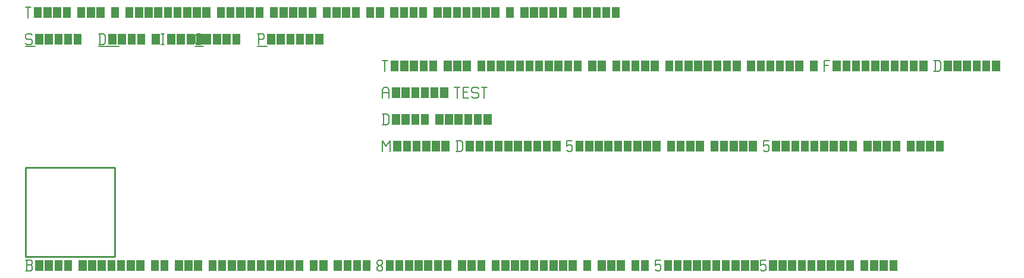
<source format=gbr>
G04 start of page 4 for group -1 layer_idx 268435461 *
G04 Title: odd coordinates to check rounding errors, <virtual group> *
G04 Creator: <version>
G04 CreationDate: <date>
G04 For: TEST *
G04 Format: Gerber/RS-274X *
G04 PCB-Dimensions: 50000 50000 *
G04 PCB-Coordinate-Origin: lower left *
%MOIN*%
%FSLAX25Y25*%
%LNLOGICAL_VIRTUAL_FAB_NONE*%
%ADD15C,0.0100*%
%ADD14C,0.0001*%
%ADD13C,0.0060*%
G54D13*X3000Y125000D02*X3750Y124250D01*
X750Y125000D02*X3000D01*
X0Y124250D02*X750Y125000D01*
X0Y124250D02*Y122750D01*
X750Y122000D01*
X3000D01*
X3750Y121250D01*
Y119750D01*
X3000Y119000D02*X3750Y119750D01*
X750Y119000D02*X3000D01*
X0Y119750D02*X750Y119000D01*
G54D14*G36*
X5550Y125000D02*X10050D01*
Y119000D01*
X5550D01*
Y125000D01*
G37*
G36*
X10950D02*X15450D01*
Y119000D01*
X10950D01*
Y125000D01*
G37*
G36*
X16350D02*X20850D01*
Y119000D01*
X16350D01*
Y125000D01*
G37*
G36*
X21750D02*X26250D01*
Y119000D01*
X21750D01*
Y125000D01*
G37*
G36*
X27150D02*X31650D01*
Y119000D01*
X27150D01*
Y125000D01*
G37*
G54D13*X0Y118000D02*X5550D01*
X41750Y125000D02*Y119000D01*
X43700Y125000D02*X44750Y123950D01*
Y120050D01*
X43700Y119000D02*X44750Y120050D01*
X41000Y119000D02*X43700D01*
X41000Y125000D02*X43700D01*
G54D14*G36*
X46550D02*X51050D01*
Y119000D01*
X46550D01*
Y125000D01*
G37*
G36*
X51950D02*X56450D01*
Y119000D01*
X51950D01*
Y125000D01*
G37*
G36*
X57350D02*X61850D01*
Y119000D01*
X57350D01*
Y125000D01*
G37*
G36*
X62750D02*X67250D01*
Y119000D01*
X62750D01*
Y125000D01*
G37*
G36*
X70850D02*X75350D01*
Y119000D01*
X70850D01*
Y125000D01*
G37*
G54D13*X76250D02*X77750D01*
X77000D02*Y119000D01*
X76250D02*X77750D01*
G54D14*G36*
X79550Y125000D02*X84050D01*
Y119000D01*
X79550D01*
Y125000D01*
G37*
G36*
X84950D02*X89450D01*
Y119000D01*
X84950D01*
Y125000D01*
G37*
G36*
X90350D02*X94850D01*
Y119000D01*
X90350D01*
Y125000D01*
G37*
G36*
X95750D02*X100250D01*
Y119000D01*
X95750D01*
Y125000D01*
G37*
G54D13*X41000Y118000D02*X52550D01*
X96050Y119000D02*X98000D01*
X95000Y120050D02*X96050Y119000D01*
X95000Y123950D02*Y120050D01*
Y123950D02*X96050Y125000D01*
X98000D01*
G54D14*G36*
X99800D02*X104300D01*
Y119000D01*
X99800D01*
Y125000D01*
G37*
G36*
X105200D02*X109700D01*
Y119000D01*
X105200D01*
Y125000D01*
G37*
G36*
X110600D02*X115100D01*
Y119000D01*
X110600D01*
Y125000D01*
G37*
G36*
X116000D02*X120500D01*
Y119000D01*
X116000D01*
Y125000D01*
G37*
G54D13*X95000Y118000D02*X99800D01*
X130750Y125000D02*Y119000D01*
X130000Y125000D02*X133000D01*
X133750Y124250D01*
Y122750D01*
X133000Y122000D02*X133750Y122750D01*
X130750Y122000D02*X133000D01*
G54D14*G36*
X135550Y125000D02*X140050D01*
Y119000D01*
X135550D01*
Y125000D01*
G37*
G36*
X140950D02*X145450D01*
Y119000D01*
X140950D01*
Y125000D01*
G37*
G36*
X146350D02*X150850D01*
Y119000D01*
X146350D01*
Y125000D01*
G37*
G36*
X151750D02*X156250D01*
Y119000D01*
X151750D01*
Y125000D01*
G37*
G36*
X157150D02*X161650D01*
Y119000D01*
X157150D01*
Y125000D01*
G37*
G36*
X162550D02*X167050D01*
Y119000D01*
X162550D01*
Y125000D01*
G37*
G54D13*X130000Y118000D02*X135550D01*
X0Y140000D02*X3000D01*
X1500D02*Y134000D01*
G54D14*G36*
X4800Y140000D02*X9300D01*
Y134000D01*
X4800D01*
Y140000D01*
G37*
G36*
X10200D02*X14700D01*
Y134000D01*
X10200D01*
Y140000D01*
G37*
G36*
X15600D02*X20100D01*
Y134000D01*
X15600D01*
Y140000D01*
G37*
G36*
X21000D02*X25500D01*
Y134000D01*
X21000D01*
Y140000D01*
G37*
G36*
X29100D02*X33600D01*
Y134000D01*
X29100D01*
Y140000D01*
G37*
G36*
X34500D02*X39000D01*
Y134000D01*
X34500D01*
Y140000D01*
G37*
G36*
X39900D02*X44400D01*
Y134000D01*
X39900D01*
Y140000D01*
G37*
G36*
X48000D02*X52500D01*
Y134000D01*
X48000D01*
Y140000D01*
G37*
G36*
X56100D02*X60600D01*
Y134000D01*
X56100D01*
Y140000D01*
G37*
G36*
X61500D02*X66000D01*
Y134000D01*
X61500D01*
Y140000D01*
G37*
G36*
X66900D02*X71400D01*
Y134000D01*
X66900D01*
Y140000D01*
G37*
G36*
X72300D02*X76800D01*
Y134000D01*
X72300D01*
Y140000D01*
G37*
G36*
X77700D02*X82200D01*
Y134000D01*
X77700D01*
Y140000D01*
G37*
G36*
X83100D02*X87600D01*
Y134000D01*
X83100D01*
Y140000D01*
G37*
G36*
X88500D02*X93000D01*
Y134000D01*
X88500D01*
Y140000D01*
G37*
G36*
X93900D02*X98400D01*
Y134000D01*
X93900D01*
Y140000D01*
G37*
G36*
X99300D02*X103800D01*
Y134000D01*
X99300D01*
Y140000D01*
G37*
G36*
X107400D02*X111900D01*
Y134000D01*
X107400D01*
Y140000D01*
G37*
G36*
X112800D02*X117300D01*
Y134000D01*
X112800D01*
Y140000D01*
G37*
G36*
X118200D02*X122700D01*
Y134000D01*
X118200D01*
Y140000D01*
G37*
G36*
X123600D02*X128100D01*
Y134000D01*
X123600D01*
Y140000D01*
G37*
G36*
X129000D02*X133500D01*
Y134000D01*
X129000D01*
Y140000D01*
G37*
G36*
X137100D02*X141600D01*
Y134000D01*
X137100D01*
Y140000D01*
G37*
G36*
X142500D02*X147000D01*
Y134000D01*
X142500D01*
Y140000D01*
G37*
G36*
X147900D02*X152400D01*
Y134000D01*
X147900D01*
Y140000D01*
G37*
G36*
X153300D02*X157800D01*
Y134000D01*
X153300D01*
Y140000D01*
G37*
G36*
X158700D02*X163200D01*
Y134000D01*
X158700D01*
Y140000D01*
G37*
G36*
X166800D02*X171300D01*
Y134000D01*
X166800D01*
Y140000D01*
G37*
G36*
X172200D02*X176700D01*
Y134000D01*
X172200D01*
Y140000D01*
G37*
G36*
X177600D02*X182100D01*
Y134000D01*
X177600D01*
Y140000D01*
G37*
G36*
X183000D02*X187500D01*
Y134000D01*
X183000D01*
Y140000D01*
G37*
G36*
X191100D02*X195600D01*
Y134000D01*
X191100D01*
Y140000D01*
G37*
G36*
X196500D02*X201000D01*
Y134000D01*
X196500D01*
Y140000D01*
G37*
G36*
X204600D02*X209100D01*
Y134000D01*
X204600D01*
Y140000D01*
G37*
G36*
X210000D02*X214500D01*
Y134000D01*
X210000D01*
Y140000D01*
G37*
G36*
X215400D02*X219900D01*
Y134000D01*
X215400D01*
Y140000D01*
G37*
G36*
X220800D02*X225300D01*
Y134000D01*
X220800D01*
Y140000D01*
G37*
G36*
X228900D02*X233400D01*
Y134000D01*
X228900D01*
Y140000D01*
G37*
G36*
X234300D02*X238800D01*
Y134000D01*
X234300D01*
Y140000D01*
G37*
G36*
X239700D02*X244200D01*
Y134000D01*
X239700D01*
Y140000D01*
G37*
G36*
X245100D02*X249600D01*
Y134000D01*
X245100D01*
Y140000D01*
G37*
G36*
X250500D02*X255000D01*
Y134000D01*
X250500D01*
Y140000D01*
G37*
G36*
X255900D02*X260400D01*
Y134000D01*
X255900D01*
Y140000D01*
G37*
G36*
X261300D02*X265800D01*
Y134000D01*
X261300D01*
Y140000D01*
G37*
G36*
X269400D02*X273900D01*
Y134000D01*
X269400D01*
Y140000D01*
G37*
G36*
X277500D02*X282000D01*
Y134000D01*
X277500D01*
Y140000D01*
G37*
G36*
X282900D02*X287400D01*
Y134000D01*
X282900D01*
Y140000D01*
G37*
G36*
X288300D02*X292800D01*
Y134000D01*
X288300D01*
Y140000D01*
G37*
G36*
X293700D02*X298200D01*
Y134000D01*
X293700D01*
Y140000D01*
G37*
G36*
X299100D02*X303600D01*
Y134000D01*
X299100D01*
Y140000D01*
G37*
G36*
X307200D02*X311700D01*
Y134000D01*
X307200D01*
Y140000D01*
G37*
G36*
X312600D02*X317100D01*
Y134000D01*
X312600D01*
Y140000D01*
G37*
G36*
X318000D02*X322500D01*
Y134000D01*
X318000D01*
Y140000D01*
G37*
G36*
X323400D02*X327900D01*
Y134000D01*
X323400D01*
Y140000D01*
G37*
G36*
X328800D02*X333300D01*
Y134000D01*
X328800D01*
Y140000D01*
G37*
G54D15*X0Y50000D02*X50000D01*
X0D02*Y0D01*
X50000Y50000D02*Y0D01*
X0D02*X50000D01*
G54D13*X200000Y65000D02*Y59000D01*
Y65000D02*X202250Y62000D01*
X204500Y65000D01*
Y59000D01*
G54D14*G36*
X206300Y65000D02*X210800D01*
Y59000D01*
X206300D01*
Y65000D01*
G37*
G36*
X211700D02*X216200D01*
Y59000D01*
X211700D01*
Y65000D01*
G37*
G36*
X217100D02*X221600D01*
Y59000D01*
X217100D01*
Y65000D01*
G37*
G36*
X222500D02*X227000D01*
Y59000D01*
X222500D01*
Y65000D01*
G37*
G36*
X227900D02*X232400D01*
Y59000D01*
X227900D01*
Y65000D01*
G37*
G36*
X233300D02*X237800D01*
Y59000D01*
X233300D01*
Y65000D01*
G37*
G54D13*X242150D02*Y59000D01*
X244100Y65000D02*X245150Y63950D01*
Y60050D01*
X244100Y59000D02*X245150Y60050D01*
X241400Y59000D02*X244100D01*
X241400Y65000D02*X244100D01*
G54D14*G36*
X246950D02*X251450D01*
Y59000D01*
X246950D01*
Y65000D01*
G37*
G36*
X252350D02*X256850D01*
Y59000D01*
X252350D01*
Y65000D01*
G37*
G36*
X257750D02*X262250D01*
Y59000D01*
X257750D01*
Y65000D01*
G37*
G36*
X263150D02*X267650D01*
Y59000D01*
X263150D01*
Y65000D01*
G37*
G36*
X268550D02*X273050D01*
Y59000D01*
X268550D01*
Y65000D01*
G37*
G36*
X273950D02*X278450D01*
Y59000D01*
X273950D01*
Y65000D01*
G37*
G36*
X279350D02*X283850D01*
Y59000D01*
X279350D01*
Y65000D01*
G37*
G36*
X284750D02*X289250D01*
Y59000D01*
X284750D01*
Y65000D01*
G37*
G36*
X290150D02*X294650D01*
Y59000D01*
X290150D01*
Y65000D01*
G37*
G36*
X295550D02*X300050D01*
Y59000D01*
X295550D01*
Y65000D01*
G37*
G54D13*X303650D02*X306650D01*
X303650D02*Y62000D01*
X304400Y62750D01*
X305900D01*
X306650Y62000D01*
Y59750D01*
X305900Y59000D02*X306650Y59750D01*
X304400Y59000D02*X305900D01*
X303650Y59750D02*X304400Y59000D01*
G54D14*G36*
X308450Y65000D02*X312950D01*
Y59000D01*
X308450D01*
Y65000D01*
G37*
G36*
X313850D02*X318350D01*
Y59000D01*
X313850D01*
Y65000D01*
G37*
G36*
X319250D02*X323750D01*
Y59000D01*
X319250D01*
Y65000D01*
G37*
G36*
X324650D02*X329150D01*
Y59000D01*
X324650D01*
Y65000D01*
G37*
G36*
X330050D02*X334550D01*
Y59000D01*
X330050D01*
Y65000D01*
G37*
G36*
X335450D02*X339950D01*
Y59000D01*
X335450D01*
Y65000D01*
G37*
G36*
X340850D02*X345350D01*
Y59000D01*
X340850D01*
Y65000D01*
G37*
G36*
X346250D02*X350750D01*
Y59000D01*
X346250D01*
Y65000D01*
G37*
G36*
X351650D02*X356150D01*
Y59000D01*
X351650D01*
Y65000D01*
G37*
G36*
X359750D02*X364250D01*
Y59000D01*
X359750D01*
Y65000D01*
G37*
G36*
X365150D02*X369650D01*
Y59000D01*
X365150D01*
Y65000D01*
G37*
G36*
X370550D02*X375050D01*
Y59000D01*
X370550D01*
Y65000D01*
G37*
G36*
X375950D02*X380450D01*
Y59000D01*
X375950D01*
Y65000D01*
G37*
G36*
X384050D02*X388550D01*
Y59000D01*
X384050D01*
Y65000D01*
G37*
G36*
X389450D02*X393950D01*
Y59000D01*
X389450D01*
Y65000D01*
G37*
G36*
X394850D02*X399350D01*
Y59000D01*
X394850D01*
Y65000D01*
G37*
G36*
X400250D02*X404750D01*
Y59000D01*
X400250D01*
Y65000D01*
G37*
G36*
X405650D02*X410150D01*
Y59000D01*
X405650D01*
Y65000D01*
G37*
G54D13*X413750D02*X416750D01*
X413750D02*Y62000D01*
X414500Y62750D01*
X416000D01*
X416750Y62000D01*
Y59750D01*
X416000Y59000D02*X416750Y59750D01*
X414500Y59000D02*X416000D01*
X413750Y59750D02*X414500Y59000D01*
G54D14*G36*
X418550Y65000D02*X423050D01*
Y59000D01*
X418550D01*
Y65000D01*
G37*
G36*
X423950D02*X428450D01*
Y59000D01*
X423950D01*
Y65000D01*
G37*
G36*
X429350D02*X433850D01*
Y59000D01*
X429350D01*
Y65000D01*
G37*
G36*
X434750D02*X439250D01*
Y59000D01*
X434750D01*
Y65000D01*
G37*
G36*
X440150D02*X444650D01*
Y59000D01*
X440150D01*
Y65000D01*
G37*
G36*
X445550D02*X450050D01*
Y59000D01*
X445550D01*
Y65000D01*
G37*
G36*
X450950D02*X455450D01*
Y59000D01*
X450950D01*
Y65000D01*
G37*
G36*
X456350D02*X460850D01*
Y59000D01*
X456350D01*
Y65000D01*
G37*
G36*
X461750D02*X466250D01*
Y59000D01*
X461750D01*
Y65000D01*
G37*
G36*
X469850D02*X474350D01*
Y59000D01*
X469850D01*
Y65000D01*
G37*
G36*
X475250D02*X479750D01*
Y59000D01*
X475250D01*
Y65000D01*
G37*
G36*
X480650D02*X485150D01*
Y59000D01*
X480650D01*
Y65000D01*
G37*
G36*
X486050D02*X490550D01*
Y59000D01*
X486050D01*
Y65000D01*
G37*
G36*
X494150D02*X498650D01*
Y59000D01*
X494150D01*
Y65000D01*
G37*
G36*
X499550D02*X504050D01*
Y59000D01*
X499550D01*
Y65000D01*
G37*
G36*
X504950D02*X509450D01*
Y59000D01*
X504950D01*
Y65000D01*
G37*
G36*
X510350D02*X514850D01*
Y59000D01*
X510350D01*
Y65000D01*
G37*
G54D13*X0Y-8000D02*X3000D01*
X3750Y-7250D01*
Y-5450D02*Y-7250D01*
X3000Y-4700D02*X3750Y-5450D01*
X750Y-4700D02*X3000D01*
X750Y-2000D02*Y-8000D01*
X0Y-2000D02*X3000D01*
X3750Y-2750D01*
Y-3950D01*
X3000Y-4700D02*X3750Y-3950D01*
G54D14*G36*
X5550Y-2000D02*X10050D01*
Y-8000D01*
X5550D01*
Y-2000D01*
G37*
G36*
X10950D02*X15450D01*
Y-8000D01*
X10950D01*
Y-2000D01*
G37*
G36*
X16350D02*X20850D01*
Y-8000D01*
X16350D01*
Y-2000D01*
G37*
G36*
X21750D02*X26250D01*
Y-8000D01*
X21750D01*
Y-2000D01*
G37*
G36*
X29850D02*X34350D01*
Y-8000D01*
X29850D01*
Y-2000D01*
G37*
G36*
X35250D02*X39750D01*
Y-8000D01*
X35250D01*
Y-2000D01*
G37*
G36*
X40650D02*X45150D01*
Y-8000D01*
X40650D01*
Y-2000D01*
G37*
G36*
X46050D02*X50550D01*
Y-8000D01*
X46050D01*
Y-2000D01*
G37*
G36*
X51450D02*X55950D01*
Y-8000D01*
X51450D01*
Y-2000D01*
G37*
G36*
X56850D02*X61350D01*
Y-8000D01*
X56850D01*
Y-2000D01*
G37*
G36*
X62250D02*X66750D01*
Y-8000D01*
X62250D01*
Y-2000D01*
G37*
G36*
X70350D02*X74850D01*
Y-8000D01*
X70350D01*
Y-2000D01*
G37*
G36*
X75750D02*X80250D01*
Y-8000D01*
X75750D01*
Y-2000D01*
G37*
G36*
X83850D02*X88350D01*
Y-8000D01*
X83850D01*
Y-2000D01*
G37*
G36*
X89250D02*X93750D01*
Y-8000D01*
X89250D01*
Y-2000D01*
G37*
G36*
X94650D02*X99150D01*
Y-8000D01*
X94650D01*
Y-2000D01*
G37*
G36*
X102750D02*X107250D01*
Y-8000D01*
X102750D01*
Y-2000D01*
G37*
G36*
X108150D02*X112650D01*
Y-8000D01*
X108150D01*
Y-2000D01*
G37*
G36*
X113550D02*X118050D01*
Y-8000D01*
X113550D01*
Y-2000D01*
G37*
G36*
X118950D02*X123450D01*
Y-8000D01*
X118950D01*
Y-2000D01*
G37*
G36*
X124350D02*X128850D01*
Y-8000D01*
X124350D01*
Y-2000D01*
G37*
G36*
X129750D02*X134250D01*
Y-8000D01*
X129750D01*
Y-2000D01*
G37*
G36*
X135150D02*X139650D01*
Y-8000D01*
X135150D01*
Y-2000D01*
G37*
G36*
X140550D02*X145050D01*
Y-8000D01*
X140550D01*
Y-2000D01*
G37*
G36*
X145950D02*X150450D01*
Y-8000D01*
X145950D01*
Y-2000D01*
G37*
G36*
X151350D02*X155850D01*
Y-8000D01*
X151350D01*
Y-2000D01*
G37*
G36*
X159450D02*X163950D01*
Y-8000D01*
X159450D01*
Y-2000D01*
G37*
G36*
X164850D02*X169350D01*
Y-8000D01*
X164850D01*
Y-2000D01*
G37*
G36*
X172950D02*X177450D01*
Y-8000D01*
X172950D01*
Y-2000D01*
G37*
G36*
X178350D02*X182850D01*
Y-8000D01*
X178350D01*
Y-2000D01*
G37*
G36*
X183750D02*X188250D01*
Y-8000D01*
X183750D01*
Y-2000D01*
G37*
G36*
X189150D02*X193650D01*
Y-8000D01*
X189150D01*
Y-2000D01*
G37*
G54D13*X197250Y-7250D02*X198000Y-8000D01*
X197250Y-6050D02*Y-7250D01*
Y-6050D02*X198300Y-5000D01*
X199200D01*
X200250Y-6050D01*
Y-7250D01*
X199500Y-8000D02*X200250Y-7250D01*
X198000Y-8000D02*X199500D01*
X197250Y-3950D02*X198300Y-5000D01*
X197250Y-2750D02*Y-3950D01*
Y-2750D02*X198000Y-2000D01*
X199500D01*
X200250Y-2750D01*
Y-3950D01*
X199200Y-5000D02*X200250Y-3950D01*
G54D14*G36*
X202050Y-2000D02*X206550D01*
Y-8000D01*
X202050D01*
Y-2000D01*
G37*
G36*
X207450D02*X211950D01*
Y-8000D01*
X207450D01*
Y-2000D01*
G37*
G36*
X212850D02*X217350D01*
Y-8000D01*
X212850D01*
Y-2000D01*
G37*
G36*
X218250D02*X222750D01*
Y-8000D01*
X218250D01*
Y-2000D01*
G37*
G36*
X223650D02*X228150D01*
Y-8000D01*
X223650D01*
Y-2000D01*
G37*
G36*
X229050D02*X233550D01*
Y-8000D01*
X229050D01*
Y-2000D01*
G37*
G36*
X234450D02*X238950D01*
Y-8000D01*
X234450D01*
Y-2000D01*
G37*
G36*
X242550D02*X247050D01*
Y-8000D01*
X242550D01*
Y-2000D01*
G37*
G36*
X247950D02*X252450D01*
Y-8000D01*
X247950D01*
Y-2000D01*
G37*
G36*
X253350D02*X257850D01*
Y-8000D01*
X253350D01*
Y-2000D01*
G37*
G36*
X261450D02*X265950D01*
Y-8000D01*
X261450D01*
Y-2000D01*
G37*
G36*
X266850D02*X271350D01*
Y-8000D01*
X266850D01*
Y-2000D01*
G37*
G36*
X272250D02*X276750D01*
Y-8000D01*
X272250D01*
Y-2000D01*
G37*
G36*
X277650D02*X282150D01*
Y-8000D01*
X277650D01*
Y-2000D01*
G37*
G36*
X283050D02*X287550D01*
Y-8000D01*
X283050D01*
Y-2000D01*
G37*
G36*
X288450D02*X292950D01*
Y-8000D01*
X288450D01*
Y-2000D01*
G37*
G36*
X293850D02*X298350D01*
Y-8000D01*
X293850D01*
Y-2000D01*
G37*
G36*
X299250D02*X303750D01*
Y-8000D01*
X299250D01*
Y-2000D01*
G37*
G36*
X304650D02*X309150D01*
Y-8000D01*
X304650D01*
Y-2000D01*
G37*
G36*
X312750D02*X317250D01*
Y-8000D01*
X312750D01*
Y-2000D01*
G37*
G36*
X320850D02*X325350D01*
Y-8000D01*
X320850D01*
Y-2000D01*
G37*
G36*
X326250D02*X330750D01*
Y-8000D01*
X326250D01*
Y-2000D01*
G37*
G36*
X331650D02*X336150D01*
Y-8000D01*
X331650D01*
Y-2000D01*
G37*
G36*
X339750D02*X344250D01*
Y-8000D01*
X339750D01*
Y-2000D01*
G37*
G36*
X345150D02*X349650D01*
Y-8000D01*
X345150D01*
Y-2000D01*
G37*
G54D13*X353250D02*X356250D01*
X353250D02*Y-5000D01*
X354000Y-4250D01*
X355500D01*
X356250Y-5000D01*
Y-7250D01*
X355500Y-8000D02*X356250Y-7250D01*
X354000Y-8000D02*X355500D01*
X353250Y-7250D02*X354000Y-8000D01*
G54D14*G36*
X358050Y-2000D02*X362550D01*
Y-8000D01*
X358050D01*
Y-2000D01*
G37*
G36*
X363450D02*X367950D01*
Y-8000D01*
X363450D01*
Y-2000D01*
G37*
G36*
X368850D02*X373350D01*
Y-8000D01*
X368850D01*
Y-2000D01*
G37*
G36*
X374250D02*X378750D01*
Y-8000D01*
X374250D01*
Y-2000D01*
G37*
G36*
X379650D02*X384150D01*
Y-8000D01*
X379650D01*
Y-2000D01*
G37*
G36*
X385050D02*X389550D01*
Y-8000D01*
X385050D01*
Y-2000D01*
G37*
G36*
X390450D02*X394950D01*
Y-8000D01*
X390450D01*
Y-2000D01*
G37*
G36*
X395850D02*X400350D01*
Y-8000D01*
X395850D01*
Y-2000D01*
G37*
G36*
X401250D02*X405750D01*
Y-8000D01*
X401250D01*
Y-2000D01*
G37*
G36*
X406650D02*X411150D01*
Y-8000D01*
X406650D01*
Y-2000D01*
G37*
G54D13*X412050D02*X415050D01*
X412050D02*Y-5000D01*
X412800Y-4250D01*
X414300D01*
X415050Y-5000D01*
Y-7250D01*
X414300Y-8000D02*X415050Y-7250D01*
X412800Y-8000D02*X414300D01*
X412050Y-7250D02*X412800Y-8000D01*
G54D14*G36*
X416850Y-2000D02*X421350D01*
Y-8000D01*
X416850D01*
Y-2000D01*
G37*
G36*
X422250D02*X426750D01*
Y-8000D01*
X422250D01*
Y-2000D01*
G37*
G36*
X427650D02*X432150D01*
Y-8000D01*
X427650D01*
Y-2000D01*
G37*
G36*
X433050D02*X437550D01*
Y-8000D01*
X433050D01*
Y-2000D01*
G37*
G36*
X438450D02*X442950D01*
Y-8000D01*
X438450D01*
Y-2000D01*
G37*
G36*
X443850D02*X448350D01*
Y-8000D01*
X443850D01*
Y-2000D01*
G37*
G36*
X449250D02*X453750D01*
Y-8000D01*
X449250D01*
Y-2000D01*
G37*
G36*
X454650D02*X459150D01*
Y-8000D01*
X454650D01*
Y-2000D01*
G37*
G36*
X460050D02*X464550D01*
Y-8000D01*
X460050D01*
Y-2000D01*
G37*
G36*
X468150D02*X472650D01*
Y-8000D01*
X468150D01*
Y-2000D01*
G37*
G36*
X473550D02*X478050D01*
Y-8000D01*
X473550D01*
Y-2000D01*
G37*
G36*
X478950D02*X483450D01*
Y-8000D01*
X478950D01*
Y-2000D01*
G37*
G36*
X484350D02*X488850D01*
Y-8000D01*
X484350D01*
Y-2000D01*
G37*
G54D13*X200750Y80000D02*Y74000D01*
X202700Y80000D02*X203750Y78950D01*
Y75050D01*
X202700Y74000D02*X203750Y75050D01*
X200000Y74000D02*X202700D01*
X200000Y80000D02*X202700D01*
G54D14*G36*
X205550D02*X210050D01*
Y74000D01*
X205550D01*
Y80000D01*
G37*
G36*
X210950D02*X215450D01*
Y74000D01*
X210950D01*
Y80000D01*
G37*
G36*
X216350D02*X220850D01*
Y74000D01*
X216350D01*
Y80000D01*
G37*
G36*
X221750D02*X226250D01*
Y74000D01*
X221750D01*
Y80000D01*
G37*
G36*
X229850D02*X234350D01*
Y74000D01*
X229850D01*
Y80000D01*
G37*
G36*
X235250D02*X239750D01*
Y74000D01*
X235250D01*
Y80000D01*
G37*
G36*
X240650D02*X245150D01*
Y74000D01*
X240650D01*
Y80000D01*
G37*
G36*
X246050D02*X250550D01*
Y74000D01*
X246050D01*
Y80000D01*
G37*
G36*
X251450D02*X255950D01*
Y74000D01*
X251450D01*
Y80000D01*
G37*
G36*
X256850D02*X261350D01*
Y74000D01*
X256850D01*
Y80000D01*
G37*
G54D13*X200000Y93500D02*Y89000D01*
Y93500D02*X201050Y95000D01*
X202700D01*
X203750Y93500D01*
Y89000D01*
X200000Y92000D02*X203750D01*
G54D14*G36*
X205550Y95000D02*X210050D01*
Y89000D01*
X205550D01*
Y95000D01*
G37*
G36*
X210950D02*X215450D01*
Y89000D01*
X210950D01*
Y95000D01*
G37*
G36*
X216350D02*X220850D01*
Y89000D01*
X216350D01*
Y95000D01*
G37*
G36*
X221750D02*X226250D01*
Y89000D01*
X221750D01*
Y95000D01*
G37*
G36*
X227150D02*X231650D01*
Y89000D01*
X227150D01*
Y95000D01*
G37*
G36*
X232550D02*X237050D01*
Y89000D01*
X232550D01*
Y95000D01*
G37*
G54D13*X240650D02*X243650D01*
X242150D02*Y89000D01*
X245450Y92300D02*X247700D01*
X245450Y89000D02*X248450D01*
X245450Y95000D02*Y89000D01*
Y95000D02*X248450D01*
X253250D02*X254000Y94250D01*
X251000Y95000D02*X253250D01*
X250250Y94250D02*X251000Y95000D01*
X250250Y94250D02*Y92750D01*
X251000Y92000D01*
X253250D01*
X254000Y91250D01*
Y89750D01*
X253250Y89000D02*X254000Y89750D01*
X251000Y89000D02*X253250D01*
X250250Y89750D02*X251000Y89000D01*
X255800Y95000D02*X258800D01*
X257300D02*Y89000D01*
X200000Y110000D02*X203000D01*
X201500D02*Y104000D01*
G54D14*G36*
X204800Y110000D02*X209300D01*
Y104000D01*
X204800D01*
Y110000D01*
G37*
G36*
X210200D02*X214700D01*
Y104000D01*
X210200D01*
Y110000D01*
G37*
G36*
X215600D02*X220100D01*
Y104000D01*
X215600D01*
Y110000D01*
G37*
G36*
X221000D02*X225500D01*
Y104000D01*
X221000D01*
Y110000D01*
G37*
G36*
X226400D02*X230900D01*
Y104000D01*
X226400D01*
Y110000D01*
G37*
G36*
X234500D02*X239000D01*
Y104000D01*
X234500D01*
Y110000D01*
G37*
G36*
X239900D02*X244400D01*
Y104000D01*
X239900D01*
Y110000D01*
G37*
G36*
X245300D02*X249800D01*
Y104000D01*
X245300D01*
Y110000D01*
G37*
G36*
X253400D02*X257900D01*
Y104000D01*
X253400D01*
Y110000D01*
G37*
G36*
X258800D02*X263300D01*
Y104000D01*
X258800D01*
Y110000D01*
G37*
G36*
X264200D02*X268700D01*
Y104000D01*
X264200D01*
Y110000D01*
G37*
G36*
X269600D02*X274100D01*
Y104000D01*
X269600D01*
Y110000D01*
G37*
G36*
X275000D02*X279500D01*
Y104000D01*
X275000D01*
Y110000D01*
G37*
G36*
X280400D02*X284900D01*
Y104000D01*
X280400D01*
Y110000D01*
G37*
G36*
X285800D02*X290300D01*
Y104000D01*
X285800D01*
Y110000D01*
G37*
G36*
X291200D02*X295700D01*
Y104000D01*
X291200D01*
Y110000D01*
G37*
G36*
X296600D02*X301100D01*
Y104000D01*
X296600D01*
Y110000D01*
G37*
G36*
X302000D02*X306500D01*
Y104000D01*
X302000D01*
Y110000D01*
G37*
G36*
X307400D02*X311900D01*
Y104000D01*
X307400D01*
Y110000D01*
G37*
G36*
X315500D02*X320000D01*
Y104000D01*
X315500D01*
Y110000D01*
G37*
G36*
X320900D02*X325400D01*
Y104000D01*
X320900D01*
Y110000D01*
G37*
G36*
X329000D02*X333500D01*
Y104000D01*
X329000D01*
Y110000D01*
G37*
G36*
X334400D02*X338900D01*
Y104000D01*
X334400D01*
Y110000D01*
G37*
G36*
X339800D02*X344300D01*
Y104000D01*
X339800D01*
Y110000D01*
G37*
G36*
X345200D02*X349700D01*
Y104000D01*
X345200D01*
Y110000D01*
G37*
G36*
X350600D02*X355100D01*
Y104000D01*
X350600D01*
Y110000D01*
G37*
G36*
X358700D02*X363200D01*
Y104000D01*
X358700D01*
Y110000D01*
G37*
G36*
X364100D02*X368600D01*
Y104000D01*
X364100D01*
Y110000D01*
G37*
G36*
X369500D02*X374000D01*
Y104000D01*
X369500D01*
Y110000D01*
G37*
G36*
X374900D02*X379400D01*
Y104000D01*
X374900D01*
Y110000D01*
G37*
G36*
X380300D02*X384800D01*
Y104000D01*
X380300D01*
Y110000D01*
G37*
G36*
X385700D02*X390200D01*
Y104000D01*
X385700D01*
Y110000D01*
G37*
G36*
X391100D02*X395600D01*
Y104000D01*
X391100D01*
Y110000D01*
G37*
G36*
X396500D02*X401000D01*
Y104000D01*
X396500D01*
Y110000D01*
G37*
G36*
X404600D02*X409100D01*
Y104000D01*
X404600D01*
Y110000D01*
G37*
G36*
X410000D02*X414500D01*
Y104000D01*
X410000D01*
Y110000D01*
G37*
G36*
X415400D02*X419900D01*
Y104000D01*
X415400D01*
Y110000D01*
G37*
G36*
X420800D02*X425300D01*
Y104000D01*
X420800D01*
Y110000D01*
G37*
G36*
X426200D02*X430700D01*
Y104000D01*
X426200D01*
Y110000D01*
G37*
G36*
X431600D02*X436100D01*
Y104000D01*
X431600D01*
Y110000D01*
G37*
G36*
X439700D02*X444200D01*
Y104000D01*
X439700D01*
Y110000D01*
G37*
G54D13*X447800D02*Y104000D01*
Y110000D02*X450800D01*
X447800Y107300D02*X450050D01*
G54D14*G36*
X452600Y110000D02*X457100D01*
Y104000D01*
X452600D01*
Y110000D01*
G37*
G36*
X458000D02*X462500D01*
Y104000D01*
X458000D01*
Y110000D01*
G37*
G36*
X463400D02*X467900D01*
Y104000D01*
X463400D01*
Y110000D01*
G37*
G36*
X468800D02*X473300D01*
Y104000D01*
X468800D01*
Y110000D01*
G37*
G36*
X474200D02*X478700D01*
Y104000D01*
X474200D01*
Y110000D01*
G37*
G36*
X479600D02*X484100D01*
Y104000D01*
X479600D01*
Y110000D01*
G37*
G36*
X485000D02*X489500D01*
Y104000D01*
X485000D01*
Y110000D01*
G37*
G36*
X490400D02*X494900D01*
Y104000D01*
X490400D01*
Y110000D01*
G37*
G36*
X495800D02*X500300D01*
Y104000D01*
X495800D01*
Y110000D01*
G37*
G36*
X501200D02*X505700D01*
Y104000D01*
X501200D01*
Y110000D01*
G37*
G54D13*X510050D02*Y104000D01*
X512000Y110000D02*X513050Y108950D01*
Y105050D01*
X512000Y104000D02*X513050Y105050D01*
X509300Y104000D02*X512000D01*
X509300Y110000D02*X512000D01*
G54D14*G36*
X514850D02*X519350D01*
Y104000D01*
X514850D01*
Y110000D01*
G37*
G36*
X520250D02*X524750D01*
Y104000D01*
X520250D01*
Y110000D01*
G37*
G36*
X525650D02*X530150D01*
Y104000D01*
X525650D01*
Y110000D01*
G37*
G36*
X531050D02*X535550D01*
Y104000D01*
X531050D01*
Y110000D01*
G37*
G36*
X536450D02*X540950D01*
Y104000D01*
X536450D01*
Y110000D01*
G37*
G36*
X541850D02*X546350D01*
Y104000D01*
X541850D01*
Y110000D01*
G37*
M02*

</source>
